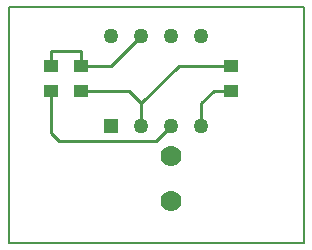
<source format=gbr>
G04 PROTEUS GERBER X2 FILE*
%TF.GenerationSoftware,Labcenter,Proteus,8.6-SP2-Build23525*%
%TF.CreationDate,2019-01-24T07:34:18+00:00*%
%TF.FileFunction,Copper,L1,Top*%
%TF.FilePolarity,Positive*%
%TF.Part,Single*%
%FSLAX45Y45*%
%MOMM*%
G01*
%TA.AperFunction,Conductor*%
%ADD10C,0.254000*%
%TA.AperFunction,ComponentPad*%
%ADD11R,1.270000X1.270000*%
%ADD12C,1.270000*%
%TA.AperFunction,ComponentPad*%
%ADD13C,1.778000*%
%TA.AperFunction,SMDPad,CuDef*%
%ADD14R,1.270000X1.016000*%
%TA.AperFunction,Profile*%
%ADD15C,0.203200*%
%TD.AperFunction*%
D10*
X+127000Y-508000D02*
X+0Y-635000D01*
X-825500Y-635000D01*
X-889000Y-571500D01*
X-889000Y-213360D01*
X-127000Y-317500D02*
X+190500Y+0D01*
X+635000Y+0D01*
X-127000Y-317500D02*
X-231140Y-213360D01*
X-635000Y-213360D01*
X-127000Y-317500D02*
X-127000Y-508000D01*
X+381000Y-508000D02*
X+381000Y-317500D01*
X+485140Y-213360D01*
X+635000Y-213360D01*
X-635000Y+0D02*
X-381000Y+0D01*
X-127000Y+254000D01*
X-635000Y+0D02*
X-635000Y+127000D01*
X-889000Y+127000D01*
X-889000Y+0D01*
D11*
X-381000Y-508000D03*
D12*
X-127000Y-508000D03*
X+127000Y-508000D03*
X+381000Y-508000D03*
X+381000Y+254000D03*
X+127000Y+254000D03*
X-127000Y+254000D03*
X-381000Y+254000D03*
D13*
X+127000Y-762000D03*
X+127000Y-1143000D03*
D14*
X-635000Y+0D03*
X-635000Y-213360D03*
X+635000Y+0D03*
X+635000Y-213360D03*
X-889000Y+0D03*
X-889000Y-213360D03*
D15*
X-1250000Y-1500000D02*
X+1250000Y-1500000D01*
X+1250000Y+500000D01*
X-1250000Y+500000D01*
X-1250000Y-1500000D01*
M02*

</source>
